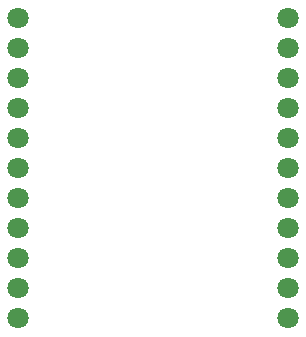
<source format=gbp>
%TF.GenerationSoftware,KiCad,Pcbnew,4.0.6*%
%TF.CreationDate,2017-10-26T23:28:33-04:00*%
%TF.ProjectId,ESP8285Lite,455350383238354C6974652E6B696361,rev?*%
%TF.FileFunction,Paste,Bot*%
%FSLAX46Y46*%
G04 Gerber Fmt 4.6, Leading zero omitted, Abs format (unit mm)*
G04 Created by KiCad (PCBNEW 4.0.6) date 10/26/17 23:28:33*
%MOMM*%
%LPD*%
G01*
G04 APERTURE LIST*
%ADD10C,0.127000*%
%ADD11C,1.799600*%
G04 APERTURE END LIST*
D10*
D11*
X154940000Y-111760000D03*
X154940000Y-109220000D03*
X154940000Y-106680000D03*
X154940000Y-104140000D03*
X154940000Y-101600000D03*
X154940000Y-99060000D03*
X154940000Y-96520000D03*
X154940000Y-93980000D03*
X154940000Y-91440000D03*
X154940000Y-88900000D03*
X154940000Y-86360000D03*
X132080000Y-86360000D03*
X132080000Y-88900000D03*
X132080000Y-91440000D03*
X132080000Y-93980000D03*
X132080000Y-96520000D03*
X132080000Y-99060000D03*
X132080000Y-101600000D03*
X132080000Y-104140000D03*
X132080000Y-106680000D03*
X132080000Y-109220000D03*
X132080000Y-111760000D03*
M02*

</source>
